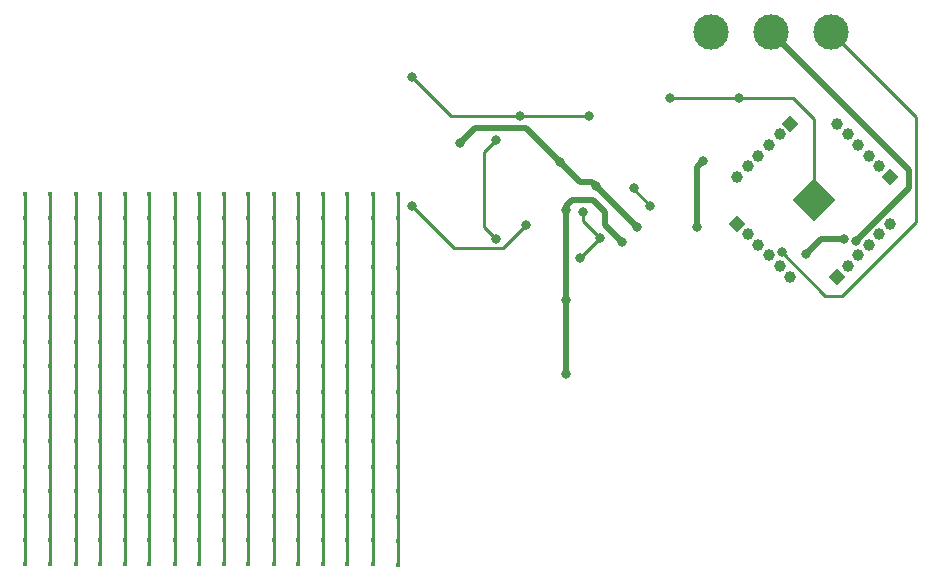
<source format=gbr>
%TF.GenerationSoftware,KiCad,Pcbnew,(6.0.5)*%
%TF.CreationDate,2022-07-14T17:11:25-07:00*%
%TF.ProjectId,PCBbuscard,50434262-7573-4636-9172-642e6b696361,rev?*%
%TF.SameCoordinates,Original*%
%TF.FileFunction,Copper,L2,Bot*%
%TF.FilePolarity,Positive*%
%FSLAX46Y46*%
G04 Gerber Fmt 4.6, Leading zero omitted, Abs format (unit mm)*
G04 Created by KiCad (PCBNEW (6.0.5)) date 2022-07-14 17:11:25*
%MOMM*%
%LPD*%
G01*
G04 APERTURE LIST*
G04 Aperture macros list*
%AMHorizOval*
0 Thick line with rounded ends*
0 $1 width*
0 $2 $3 position (X,Y) of the first rounded end (center of the circle)*
0 $4 $5 position (X,Y) of the second rounded end (center of the circle)*
0 Add line between two ends*
20,1,$1,$2,$3,$4,$5,0*
0 Add two circle primitives to create the rounded ends*
1,1,$1,$2,$3*
1,1,$1,$4,$5*%
%AMRotRect*
0 Rectangle, with rotation*
0 The origin of the aperture is its center*
0 $1 length*
0 $2 width*
0 $3 Rotation angle, in degrees counterclockwise*
0 Add horizontal line*
21,1,$1,$2,0,0,$3*%
G04 Aperture macros list end*
%TA.AperFunction,ComponentPad*%
%ADD10C,3.000000*%
%TD*%
%TA.AperFunction,ComponentPad*%
%ADD11RotRect,1.000000X1.000000X45.000000*%
%TD*%
%TA.AperFunction,ComponentPad*%
%ADD12HorizOval,1.000000X0.000000X0.000000X0.000000X0.000000X0*%
%TD*%
%TA.AperFunction,ComponentPad*%
%ADD13RotRect,1.000000X1.000000X315.000000*%
%TD*%
%TA.AperFunction,ComponentPad*%
%ADD14HorizOval,1.000000X0.000000X0.000000X0.000000X0.000000X0*%
%TD*%
%TA.AperFunction,ComponentPad*%
%ADD15RotRect,1.000000X1.000000X135.000000*%
%TD*%
%TA.AperFunction,ComponentPad*%
%ADD16HorizOval,1.000000X0.000000X0.000000X0.000000X0.000000X0*%
%TD*%
%TA.AperFunction,ComponentPad*%
%ADD17C,0.500000*%
%TD*%
%TA.AperFunction,SMDPad,CuDef*%
%ADD18RotRect,2.600000X2.600000X135.000000*%
%TD*%
%TA.AperFunction,ComponentPad*%
%ADD19RotRect,1.000000X1.000000X225.000000*%
%TD*%
%TA.AperFunction,ComponentPad*%
%ADD20HorizOval,1.000000X0.000000X0.000000X0.000000X0.000000X0*%
%TD*%
%TA.AperFunction,ViaPad*%
%ADD21C,0.400000*%
%TD*%
%TA.AperFunction,ViaPad*%
%ADD22C,0.800000*%
%TD*%
%TA.AperFunction,Conductor*%
%ADD23C,0.250000*%
%TD*%
%TA.AperFunction,Conductor*%
%ADD24C,0.500000*%
%TD*%
G04 APERTURE END LIST*
D10*
%TO.P,TP1,1,1*%
%TO.N,VCC*%
X171380000Y-78750000D03*
%TD*%
%TO.P,TP2,1,1*%
%TO.N,GND*%
X166300000Y-78750000D03*
%TD*%
%TO.P,TP3,1,1*%
%TO.N,Net-(TP3-Pad1)*%
X176460000Y-78750000D03*
%TD*%
D11*
%TO.P,J15,1,Pin_1*%
%TO.N,/PC2*%
X168529973Y-94979899D03*
D12*
%TO.P,J15,2,Pin_2*%
%TO.N,/PC3*%
X169427999Y-95877925D03*
%TO.P,J15,3,Pin_3*%
%TO.N,/PC4*%
X170326024Y-96775950D03*
%TO.P,J15,4,Pin_4*%
%TO.N,/PC5*%
X171224050Y-97673976D03*
%TO.P,J15,5,Pin_5*%
%TO.N,unconnected-(J15-Pad5)*%
X172122075Y-98572001D03*
%TO.P,J15,6,Pin_6*%
%TO.N,/PA1*%
X173020101Y-99470027D03*
%TD*%
D13*
%TO.P,J18,1,Pin_1*%
%TO.N,/PB3*%
X173020101Y-86529973D03*
D14*
%TO.P,J18,2,Pin_2*%
%TO.N,/PB2*%
X172122075Y-87427999D03*
%TO.P,J18,3,Pin_3*%
%TO.N,/PB1*%
X171224050Y-88326024D03*
%TO.P,J18,4,Pin_4*%
%TO.N,/PB0*%
X170326024Y-89224050D03*
%TO.P,J18,5,Pin_5*%
%TO.N,/PC0*%
X169427999Y-90122075D03*
%TO.P,J18,6,Pin_6*%
%TO.N,/PC1*%
X168529973Y-91020101D03*
%TD*%
D15*
%TO.P,J7,1,Pin_1*%
%TO.N,/PA2*%
X176979900Y-99470028D03*
D16*
%TO.P,J7,2,Pin_2*%
%TO.N,/PA3*%
X177877926Y-98572002D03*
%TO.P,J7,3,Pin_3*%
%TO.N,unconnected-(J7-Pad3)*%
X178775951Y-97673977D03*
%TO.P,J7,4,Pin_4*%
%TO.N,unconnected-(J7-Pad4)*%
X179673977Y-96775951D03*
%TO.P,J7,5,Pin_5*%
%TO.N,/PA4*%
X180572002Y-95877926D03*
%TO.P,J7,6,Pin_6*%
%TO.N,/PA5*%
X181470028Y-94979900D03*
%TD*%
D17*
%TO.P,U5,25,GND*%
%TO.N,GND*%
X173515076Y-93000000D03*
X175742462Y-92257538D03*
X175000000Y-91515076D03*
X174257538Y-92257538D03*
X176484924Y-93000000D03*
X175000000Y-93000000D03*
X175742462Y-93742462D03*
X175000000Y-94484924D03*
D18*
X175000000Y-93000000D03*
D17*
X174257538Y-93742462D03*
%TD*%
D19*
%TO.P,J14,1,Pin_1*%
%TO.N,/PA6*%
X181470028Y-91020102D03*
D20*
%TO.P,J14,2,Pin_2*%
%TO.N,/PA7*%
X180572002Y-90122076D03*
%TO.P,J14,3,Pin_3*%
%TO.N,/PB7*%
X179673977Y-89224051D03*
%TO.P,J14,4,Pin_4*%
%TO.N,/PB6*%
X178775951Y-88326025D03*
%TO.P,J14,5,Pin_5*%
%TO.N,/PB5*%
X177877926Y-87428000D03*
%TO.P,J14,6,Pin_6*%
%TO.N,/PB4*%
X176979900Y-86529974D03*
%TD*%
D21*
%TO.N,Net-(D1-Pad2)*%
X108204000Y-115570000D03*
X108204000Y-105029000D03*
X108204000Y-100838000D03*
X108204000Y-92456000D03*
X108204000Y-102870000D03*
X108204000Y-109220000D03*
X108204000Y-117602000D03*
X108204000Y-96647000D03*
X108204000Y-121793000D03*
X108204000Y-111252000D03*
X108204000Y-98679000D03*
X108204000Y-123825000D03*
X108204000Y-113411000D03*
X108204000Y-107061000D03*
X108204000Y-94488000D03*
X108204000Y-119761000D03*
%TO.N,Net-(D114-Pad2)*%
X110363000Y-96647000D03*
X110363000Y-113411000D03*
X110363000Y-98679000D03*
X110363000Y-111252000D03*
X110363000Y-115570000D03*
X110363000Y-117602000D03*
X110363000Y-92456000D03*
X110363000Y-100838000D03*
X110363000Y-109220000D03*
X110363000Y-119761000D03*
X110363000Y-105029000D03*
X110363000Y-121793000D03*
X110363000Y-123825000D03*
X110363000Y-102870000D03*
X110363000Y-94488000D03*
X110363000Y-107061000D03*
%TO.N,Net-(D115-Pad2)*%
X112522000Y-98679000D03*
X112522000Y-107061000D03*
X112522000Y-119761000D03*
X112522000Y-117602000D03*
X112522000Y-121793000D03*
X112522000Y-105029000D03*
X112522000Y-100838000D03*
X112522000Y-115570000D03*
X112522000Y-123825000D03*
X112522000Y-102870000D03*
X112522000Y-109220000D03*
X112522000Y-111252000D03*
X112522000Y-96647000D03*
X112522000Y-92456000D03*
X112522000Y-94488000D03*
X112522000Y-113411000D03*
%TO.N,Net-(D101-Pad2)*%
X116713000Y-105029000D03*
X116713000Y-117602000D03*
X116713000Y-119761000D03*
X116713000Y-107061000D03*
X116713000Y-94488000D03*
X116713000Y-115570000D03*
X116713000Y-121793000D03*
X116713000Y-100838000D03*
X116713000Y-123825000D03*
X116713000Y-109220000D03*
X116713000Y-96647000D03*
X116713000Y-92456000D03*
X116713000Y-98679000D03*
X116713000Y-111252000D03*
X116713000Y-102870000D03*
X116713000Y-113411000D03*
%TO.N,Net-(D102-Pad2)*%
X118745000Y-109220000D03*
X118745000Y-111252000D03*
X118745000Y-102870000D03*
X118745000Y-100838000D03*
X118745000Y-107061000D03*
X118745000Y-113411000D03*
X118745000Y-94488000D03*
X118745000Y-121793000D03*
X118745000Y-96647000D03*
X118745000Y-119761000D03*
X118745000Y-115570000D03*
X118745000Y-105029000D03*
X118745000Y-123825000D03*
X118745000Y-92456000D03*
X118745000Y-98679000D03*
X118745000Y-117602000D03*
%TO.N,Net-(D103-Pad2)*%
X120904000Y-109220000D03*
X120904000Y-115570000D03*
X120904000Y-117602000D03*
X120904000Y-92456000D03*
X120904000Y-105029000D03*
X120904000Y-96647000D03*
X120904000Y-102870000D03*
X120904000Y-123825000D03*
X120904000Y-121793000D03*
X120904000Y-100838000D03*
X120904000Y-113411000D03*
X120904000Y-107061000D03*
X120904000Y-94488000D03*
X120904000Y-98679000D03*
X120904000Y-111252000D03*
X120904000Y-119761000D03*
%TO.N,Net-(D104-Pad2)*%
X122936000Y-92456000D03*
X122936000Y-117602000D03*
X122936000Y-100838000D03*
X122936000Y-119761000D03*
X122936000Y-121793000D03*
X122936000Y-102870000D03*
X122936000Y-107061000D03*
X122936000Y-109220000D03*
X122936000Y-111252000D03*
X122936000Y-94488000D03*
X122936000Y-98679000D03*
X122936000Y-115570000D03*
X122936000Y-123825000D03*
X122936000Y-105029000D03*
X122936000Y-113411000D03*
X122936000Y-96647000D03*
%TO.N,Net-(D105-Pad2)*%
X125095000Y-98679000D03*
X125095000Y-119761000D03*
X125095000Y-121793000D03*
X125095000Y-105029000D03*
X125095000Y-111252000D03*
X125095000Y-113411000D03*
X125095000Y-100838000D03*
X125095000Y-123825000D03*
X125095000Y-117602000D03*
X125095000Y-96647000D03*
X125095000Y-107061000D03*
X125095000Y-102870000D03*
X125095000Y-109220000D03*
X125095000Y-92456000D03*
X125095000Y-115570000D03*
X125095000Y-94488000D03*
%TO.N,Net-(D10-Pad2)*%
X127127000Y-102870000D03*
X127127000Y-117602000D03*
X127127000Y-109220000D03*
X127127000Y-115570000D03*
X127127000Y-92456000D03*
X127127000Y-119761000D03*
X127127000Y-94488000D03*
X127127000Y-113411000D03*
X127127000Y-107061000D03*
X127127000Y-98679000D03*
X127127000Y-111252000D03*
X127127000Y-96647000D03*
X127127000Y-121793000D03*
X127127000Y-123825000D03*
X127127000Y-105029000D03*
X127127000Y-100838000D03*
%TO.N,Net-(D107-Pad2)*%
X129286000Y-119761000D03*
X129286000Y-109220000D03*
X129286000Y-111252000D03*
X129286000Y-92456000D03*
X129286000Y-98679000D03*
X129286000Y-107061000D03*
X129286000Y-115570000D03*
X129286000Y-105029000D03*
X129286000Y-117602000D03*
X129286000Y-113411000D03*
X129286000Y-94488000D03*
X129286000Y-121793000D03*
X129286000Y-123825000D03*
X129286000Y-100838000D03*
X129286000Y-96647000D03*
X129286000Y-102870000D03*
%TO.N,Net-(D108-Pad2)*%
X131318000Y-123825000D03*
X131318000Y-109220000D03*
X131318000Y-113411000D03*
X131318000Y-94488000D03*
X131318000Y-105029000D03*
X131318000Y-115570000D03*
X131318000Y-111252000D03*
X131318000Y-107061000D03*
X131318000Y-102870000D03*
X131318000Y-92456000D03*
X131318000Y-117602000D03*
X131318000Y-96647000D03*
X131318000Y-100838000D03*
X131318000Y-119761000D03*
X131318000Y-121793000D03*
X131318000Y-98679000D03*
%TO.N,Net-(D109-Pad2)*%
X133477000Y-123825000D03*
X133477000Y-111252000D03*
X133477000Y-109220000D03*
X133477000Y-113411000D03*
X133477000Y-105029000D03*
X133477000Y-107061000D03*
X133477000Y-119761000D03*
X133477000Y-100838000D03*
X133477000Y-102870000D03*
X133477000Y-96647000D03*
X133477000Y-92456000D03*
X133477000Y-94488000D03*
X133477000Y-115570000D03*
X133477000Y-98679000D03*
X133477000Y-121793000D03*
X133477000Y-117602000D03*
%TO.N,Net-(D110-Pad2)*%
X135509000Y-111252000D03*
X135509000Y-123825000D03*
X135509000Y-98679000D03*
X135509000Y-92456000D03*
X135509000Y-117602000D03*
X135509000Y-109220000D03*
X135509000Y-119761000D03*
X135509000Y-105029000D03*
X135509000Y-100838000D03*
X135509000Y-121793000D03*
X135509000Y-102870000D03*
X135509000Y-113411000D03*
X135509000Y-94488000D03*
X135509000Y-96647000D03*
X135509000Y-107061000D03*
X135509000Y-115570000D03*
%TO.N,Net-(D111-Pad2)*%
X137668000Y-119761000D03*
X137668000Y-105029000D03*
X137668000Y-100838000D03*
X137668000Y-98679000D03*
X137668000Y-96647000D03*
X137668000Y-113411000D03*
X137668000Y-111252000D03*
X137668000Y-115570000D03*
X137668000Y-92456000D03*
X137668000Y-107061000D03*
X137668000Y-94488000D03*
X137668000Y-117602000D03*
X137668000Y-102870000D03*
X137668000Y-123825000D03*
X137668000Y-121793000D03*
X137668000Y-109220000D03*
%TO.N,Net-(D112-Pad2)*%
X139778153Y-105077847D03*
X139778153Y-115618847D03*
X139778153Y-98727847D03*
X139778153Y-111300847D03*
X139778153Y-102918847D03*
X139778153Y-94536847D03*
X139778153Y-119809847D03*
X139778153Y-113459847D03*
X139778153Y-96695847D03*
X139778153Y-123873847D03*
X139778153Y-109268847D03*
X139778153Y-107109847D03*
X139778153Y-100886847D03*
X139778153Y-121841847D03*
X139778153Y-117650847D03*
X139778153Y-92504847D03*
D22*
%TO.N,GND*%
X168656000Y-84328000D03*
X148082000Y-96266000D03*
X140970000Y-82550000D03*
X148082000Y-87884000D03*
X162814000Y-84328000D03*
X155956000Y-85852000D03*
X150114000Y-85852000D03*
X177549010Y-96325000D03*
X174375000Y-97575000D03*
%TO.N,VCC*%
X165608000Y-89662000D03*
X178558782Y-96498424D03*
X145034000Y-88138000D03*
X153543000Y-89789000D03*
X154051000Y-101473000D03*
X158750000Y-96520000D03*
X165100000Y-95250000D03*
X160020000Y-95250000D03*
X154051000Y-107696000D03*
X154051000Y-93853000D03*
X156591000Y-91821002D03*
%TO.N,Net-(TP3-Pad1)*%
X172286019Y-97389148D03*
%TO.N,/PC1*%
X156876129Y-96228487D03*
X159766000Y-91948000D03*
X161163000Y-93472000D03*
X155448000Y-93980000D03*
X155194000Y-97917000D03*
%TO.N,/S16*%
X140970000Y-93472000D03*
X150622000Y-95123000D03*
D21*
%TO.N,Net-(D100-Pad2)*%
X114554000Y-109220000D03*
X114554000Y-115570000D03*
X114554000Y-92456000D03*
X114554000Y-94488000D03*
X114554000Y-117602000D03*
X114554000Y-121793000D03*
X114554000Y-98679000D03*
X114554000Y-119761000D03*
X114554000Y-111252000D03*
X114554000Y-107061000D03*
X114554000Y-102870000D03*
X114554000Y-123825000D03*
X114554000Y-105029000D03*
X114554000Y-113411000D03*
X114554000Y-96647000D03*
X114554000Y-100838000D03*
%TD*%
D23*
%TO.N,Net-(D1-Pad2)*%
X108204000Y-92456000D02*
X108204000Y-123825000D01*
%TO.N,Net-(D114-Pad2)*%
X110363000Y-92456000D02*
X110363000Y-123825000D01*
%TO.N,Net-(D115-Pad2)*%
X112522000Y-92456000D02*
X112522000Y-123825000D01*
%TO.N,Net-(D101-Pad2)*%
X116713000Y-92456000D02*
X116713000Y-123825000D01*
%TO.N,Net-(D102-Pad2)*%
X118745000Y-92456000D02*
X118745000Y-123825000D01*
%TO.N,Net-(D103-Pad2)*%
X120904000Y-92456000D02*
X120904000Y-123825000D01*
%TO.N,Net-(D104-Pad2)*%
X122936000Y-92456000D02*
X122936000Y-123825000D01*
%TO.N,Net-(D105-Pad2)*%
X125095000Y-92456000D02*
X125095000Y-123825000D01*
%TO.N,Net-(D10-Pad2)*%
X127127000Y-92456000D02*
X127127000Y-123825000D01*
%TO.N,Net-(D107-Pad2)*%
X129286000Y-92456000D02*
X129286000Y-123825000D01*
%TO.N,Net-(D108-Pad2)*%
X131318000Y-92456000D02*
X131318000Y-123825000D01*
%TO.N,Net-(D109-Pad2)*%
X133477000Y-92456000D02*
X133477000Y-123825000D01*
%TO.N,Net-(D110-Pad2)*%
X135509000Y-92456000D02*
X135509000Y-123825000D01*
%TO.N,Net-(D111-Pad2)*%
X137668000Y-92456000D02*
X137668000Y-123825000D01*
%TO.N,Net-(D112-Pad2)*%
X139778153Y-92504847D02*
X139778153Y-123873847D01*
%TO.N,GND*%
X150114000Y-85852000D02*
X144272000Y-85852000D01*
D24*
X174375000Y-97575000D02*
X175625000Y-96325000D01*
D23*
X175000000Y-91515076D02*
X175000000Y-86100000D01*
X173228000Y-84328000D02*
X168656000Y-84328000D01*
X147066000Y-95250000D02*
X148082000Y-96266000D01*
D24*
X175625000Y-96325000D02*
X177549010Y-96325000D01*
D23*
X162814000Y-84328000D02*
X165354000Y-84328000D01*
X144272000Y-85852000D02*
X140970000Y-82550000D01*
X150368000Y-85852000D02*
X155956000Y-85852000D01*
X175000000Y-86100000D02*
X173228000Y-84328000D01*
X150368000Y-85852000D02*
X150114000Y-85852000D01*
X147066000Y-88900000D02*
X147066000Y-95250000D01*
X148082000Y-87884000D02*
X147066000Y-88900000D01*
X165354000Y-84328000D02*
X168656000Y-84328000D01*
D24*
%TO.N,VCC*%
X154559000Y-92964000D02*
X154051000Y-93472000D01*
X165100000Y-90170000D02*
X165100000Y-95250000D01*
X156654500Y-91884500D02*
X156591000Y-91821002D01*
X154051000Y-101473000D02*
X154051000Y-107696000D01*
X156210000Y-91440000D02*
X155194000Y-91440000D01*
X158750000Y-96520000D02*
X157353000Y-95123000D01*
X153543000Y-89789000D02*
X150622000Y-86868000D01*
X157353000Y-93980000D02*
X156337000Y-92964000D01*
X154051000Y-93472000D02*
X154051000Y-93853000D01*
X171380000Y-78750000D02*
X183067489Y-90437489D01*
X160020000Y-95250000D02*
X156654500Y-91884500D01*
X183067489Y-90437489D02*
X183067489Y-91989717D01*
X155194000Y-91440000D02*
X153543000Y-89789000D01*
X150622000Y-86868000D02*
X146304000Y-86868000D01*
X183067489Y-91989717D02*
X178558782Y-96498424D01*
X154051000Y-93853000D02*
X154051000Y-101473000D01*
X156337000Y-92964000D02*
X154559000Y-92964000D01*
X165608000Y-89662000D02*
X165100000Y-90170000D01*
X156654500Y-91884500D02*
X156210000Y-91440000D01*
X157353000Y-95123000D02*
X157353000Y-93980000D01*
X146304000Y-86868000D02*
X145034000Y-88138000D01*
D23*
%TO.N,Net-(TP3-Pad1)*%
X177419000Y-101092000D02*
X183642000Y-94869000D01*
X172286019Y-97389148D02*
X175988871Y-101092000D01*
X175988871Y-101092000D02*
X177419000Y-101092000D01*
X183642000Y-94869000D02*
X183642000Y-85932000D01*
X183642000Y-85932000D02*
X176460000Y-78750000D01*
%TO.N,/PC1*%
X155194000Y-97917000D02*
X156876129Y-96234871D01*
X155448000Y-93980000D02*
X155448000Y-94800358D01*
X155448000Y-94800358D02*
X156876129Y-96228487D01*
X156876129Y-96234871D02*
X156876129Y-96228487D01*
X159766000Y-91948000D02*
X159766000Y-92075000D01*
X159766000Y-92075000D02*
X161163000Y-93472000D01*
%TO.N,/S16*%
X140970000Y-93472000D02*
X144526000Y-97028000D01*
X144526000Y-97028000D02*
X148717000Y-97028000D01*
X148717000Y-97028000D02*
X150622000Y-95123000D01*
%TO.N,Net-(D100-Pad2)*%
X114554000Y-92456000D02*
X114554000Y-123825000D01*
%TD*%
M02*

</source>
